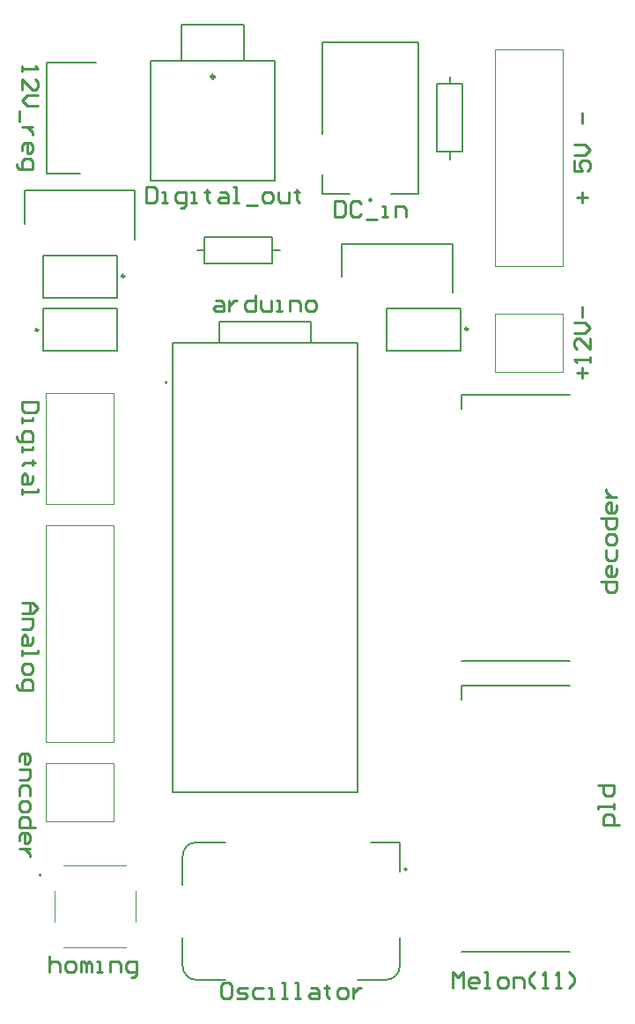
<source format=gto>
G04*
G04 #@! TF.GenerationSoftware,Altium Limited,Altium Designer,23.3.1 (30)*
G04*
G04 Layer_Color=65535*
%FSLAX44Y44*%
%MOMM*%
G71*
G04*
G04 #@! TF.SameCoordinates,D36B0BC1-D60A-48D3-9530-44C1F81AE03C*
G04*
G04*
G04 #@! TF.FilePolarity,Positive*
G04*
G01*
G75*
%ADD10C,0.2000*%
%ADD11C,0.1270*%
%ADD12C,0.2500*%
%ADD13C,0.3000*%
%ADD14C,0.1000*%
%ADD15C,0.2540*%
D10*
X820400Y939800D02*
G03*
X820400Y939800I-1000J0D01*
G01*
X1050800Y471800D02*
G03*
X1050800Y471800I-1000J0D01*
G01*
X699200Y466400D02*
G03*
X697200Y466400I-1000J0D01*
G01*
D02*
G03*
X699200Y466400I1000J0D01*
G01*
X1031250Y970250D02*
X1102350D01*
X1031250Y1010950D02*
X1102350D01*
Y970250D02*
Y1010950D01*
X1031250Y970250D02*
Y1010950D01*
X970000Y1178550D02*
Y1266800D01*
Y1120800D02*
Y1139050D01*
X1035750Y1120800D02*
X1062000D01*
X970000D02*
X996250D01*
X1062000D02*
Y1266800D01*
X970000D02*
X1062000D01*
X1094750Y1025900D02*
Y1072900D01*
X988050D02*
X1094750D01*
X988050Y1041400D02*
Y1072900D01*
X849250Y1066800D02*
X856500D01*
X921500D02*
X928750D01*
X921500Y1054300D02*
Y1079300D01*
X856500D02*
X921500D01*
X856500Y1054300D02*
Y1079300D01*
Y1054300D02*
X921500D01*
X1092200Y1226300D02*
Y1233550D01*
Y1154050D02*
Y1161300D01*
X1079700D02*
X1104700D01*
Y1226300D01*
X1079700D02*
X1104700D01*
X1079700Y1161300D02*
Y1226300D01*
X789300Y1077200D02*
Y1124200D01*
X683900D02*
X789300D01*
X683900Y1092200D02*
Y1124200D01*
X705100Y1247150D02*
X752100D01*
X705100Y1140450D02*
Y1247150D01*
Y1140450D02*
X736600D01*
X1103900Y914400D02*
Y928100D01*
X1207500D01*
X1103900Y672100D02*
X1207500D01*
X1103900Y635000D02*
Y648700D01*
X1207500D01*
X1103900Y392700D02*
X1207500D01*
X701050Y1021050D02*
X772150D01*
X701050Y1061750D02*
X772150D01*
Y1021050D02*
Y1061750D01*
X701050Y1021050D02*
Y1061750D01*
Y1010950D02*
X772150D01*
X701050Y970250D02*
X772150D01*
X701050D02*
Y1010950D01*
X772150Y970250D02*
Y1010950D01*
D11*
X1031200Y365800D02*
G03*
X1044100Y378700I0J12900D01*
G01*
X848400Y497800D02*
G03*
X835500Y484900I0J-12900D01*
G01*
Y378700D02*
G03*
X848400Y365800I12900J0D01*
G01*
X870400Y977900D02*
Y997900D01*
X958400D01*
Y977900D02*
Y997900D01*
X825550Y977900D02*
X870400D01*
X958400D01*
X1003250D01*
Y546100D02*
Y977900D01*
X825550Y546100D02*
X1003250D01*
X825550D02*
Y977900D01*
X1003300Y365800D02*
X1031300D01*
X1044100Y378800D02*
Y406400D01*
Y469900D02*
Y497800D01*
X1016000D02*
X1044100D01*
X848300D02*
X876300D01*
X835500Y457200D02*
Y484800D01*
X848300Y365800D02*
X876300D01*
X835500Y378800D02*
Y406400D01*
X924400Y1133400D02*
Y1248400D01*
X804400Y1133400D02*
X924400D01*
X804400D02*
Y1248400D01*
X894400D02*
X924400D01*
X834400D02*
X894400D01*
X804400D02*
X834400D01*
X894400D02*
Y1283400D01*
X834400D02*
X894400D01*
X834400Y1248400D02*
Y1283400D01*
D12*
X1109480Y990995D02*
G03*
X1109480Y990995I-1250J0D01*
G01*
X1017250Y1115050D02*
G03*
X1017250Y1115050I-1250J0D01*
G01*
X779280Y1041795D02*
G03*
X779280Y1041795I-1250J0D01*
G01*
X696420Y990205D02*
G03*
X696420Y990205I-1250J0D01*
G01*
D13*
X865900Y1233400D02*
G03*
X865900Y1233400I-1500J0D01*
G01*
D14*
X1135900Y950200D02*
X1200900D01*
Y1005600D01*
X1135900D02*
X1200900D01*
X1135900Y950200D02*
Y1005600D01*
X704100Y594600D02*
Y802400D01*
X769100D01*
Y594600D02*
Y802400D01*
X704100Y594600D02*
X769100D01*
X721200Y475900D02*
X781200D01*
X712200Y421400D02*
Y451400D01*
X721200Y396900D02*
X781200D01*
X790200Y421400D02*
Y451400D01*
X704100Y518400D02*
Y573800D01*
X769100D01*
Y518400D02*
Y573800D01*
X704100Y518400D02*
X769100D01*
Y823200D02*
Y929400D01*
X704100Y823200D02*
X769100D01*
X704100D02*
Y929400D01*
X769100D01*
X1135900Y1051800D02*
Y1259600D01*
X1200900D01*
Y1051800D02*
Y1259600D01*
X1135900Y1051800D02*
X1200900D01*
D15*
X1094740Y358140D02*
Y373375D01*
X1099818Y368297D01*
X1104897Y373375D01*
Y358140D01*
X1117593D02*
X1112514D01*
X1109975Y360679D01*
Y365757D01*
X1112514Y368297D01*
X1117593D01*
X1120132Y365757D01*
Y363218D01*
X1109975D01*
X1125210Y358140D02*
X1130288D01*
X1127749D01*
Y373375D01*
X1125210D01*
X1140445Y358140D02*
X1145524D01*
X1148063Y360679D01*
Y365757D01*
X1145524Y368297D01*
X1140445D01*
X1137906Y365757D01*
Y360679D01*
X1140445Y358140D01*
X1153141D02*
Y368297D01*
X1160759D01*
X1163298Y365757D01*
Y358140D01*
X1173455D02*
X1168376Y363218D01*
Y368297D01*
X1173455Y373375D01*
X1181072Y358140D02*
X1186150D01*
X1183611D01*
Y373375D01*
X1181072Y370836D01*
X1193768Y358140D02*
X1198846D01*
X1196307D01*
Y373375D01*
X1193768Y370836D01*
X1206464Y358140D02*
X1211542Y363218D01*
Y368297D01*
X1206464Y373375D01*
X867425Y1018539D02*
X872504D01*
X875043Y1016000D01*
Y1008382D01*
X867425D01*
X864886Y1010922D01*
X867425Y1013461D01*
X875043D01*
X880121Y1018539D02*
Y1008382D01*
Y1013461D01*
X882660Y1016000D01*
X885199Y1018539D01*
X887739D01*
X905513Y1023617D02*
Y1008382D01*
X897895D01*
X895356Y1010922D01*
Y1016000D01*
X897895Y1018539D01*
X905513D01*
X910591D02*
Y1010922D01*
X913130Y1008382D01*
X920748D01*
Y1018539D01*
X925826Y1008382D02*
X930905D01*
X928365D01*
Y1018539D01*
X925826D01*
X938522Y1008382D02*
Y1018539D01*
X946140D01*
X948679Y1016000D01*
Y1008382D01*
X956296D02*
X961375D01*
X963914Y1010922D01*
Y1016000D01*
X961375Y1018539D01*
X956296D01*
X953757Y1016000D01*
Y1010922D01*
X956296Y1008382D01*
X981721Y1113787D02*
Y1098552D01*
X989339D01*
X991878Y1101091D01*
Y1111248D01*
X989339Y1113787D01*
X981721D01*
X1007113Y1111248D02*
X1004574Y1113787D01*
X999495D01*
X996956Y1111248D01*
Y1101091D01*
X999495Y1098552D01*
X1004574D01*
X1007113Y1101091D01*
X1012191Y1096013D02*
X1022348D01*
X1027426Y1098552D02*
X1032505D01*
X1029966D01*
Y1108709D01*
X1027426D01*
X1040122Y1098552D02*
Y1108709D01*
X1047740D01*
X1050279Y1106170D01*
Y1098552D01*
X1219200Y943621D02*
Y953778D01*
X1214122Y948699D02*
X1224278D01*
X1226817Y958856D02*
Y963934D01*
Y961395D01*
X1211582D01*
X1214122Y958856D01*
X1226817Y981709D02*
Y971552D01*
X1216661Y981709D01*
X1214122D01*
X1211582Y979170D01*
Y974091D01*
X1214122Y971552D01*
X1211582Y986787D02*
X1221739D01*
X1226817Y991865D01*
X1221739Y996944D01*
X1211582D01*
X1219200Y1002022D02*
Y1012179D01*
X680722Y727696D02*
X690878D01*
X695957Y722618D01*
X690878Y717540D01*
X680722D01*
X688339D01*
Y727696D01*
X680722Y712461D02*
X690878D01*
Y704844D01*
X688339Y702305D01*
X680722D01*
X690878Y694687D02*
Y689609D01*
X688339Y687070D01*
X680722D01*
Y694687D01*
X683261Y697226D01*
X685800Y694687D01*
Y687070D01*
X680722Y681991D02*
Y676913D01*
Y679452D01*
X695957D01*
Y681991D01*
X680722Y666756D02*
Y661678D01*
X683261Y659139D01*
X688339D01*
X690878Y661678D01*
Y666756D01*
X688339Y669295D01*
X683261D01*
X680722Y666756D01*
X675643Y648982D02*
Y646443D01*
X678183Y643904D01*
X690878D01*
Y651521D01*
X688339Y654060D01*
X683261D01*
X680722Y651521D01*
Y643904D01*
X1254757Y514356D02*
X1239522D01*
Y521974D01*
X1242061Y524513D01*
X1247139D01*
X1249678Y521974D01*
Y514356D01*
Y529591D02*
Y534670D01*
Y532130D01*
X1234443D01*
Y529591D01*
Y552444D02*
X1249678D01*
Y544826D01*
X1247139Y542287D01*
X1242061D01*
X1239522Y544826D01*
Y552444D01*
X880129Y363218D02*
X875051D01*
X872512Y360678D01*
Y350522D01*
X875051Y347982D01*
X880129D01*
X882669Y350522D01*
Y360678D01*
X880129Y363218D01*
X887747Y347982D02*
X895364D01*
X897904Y350522D01*
X895364Y353061D01*
X890286D01*
X887747Y355600D01*
X890286Y358139D01*
X897904D01*
X913139D02*
X905521D01*
X902982Y355600D01*
Y350522D01*
X905521Y347982D01*
X913139D01*
X918217D02*
X923295D01*
X920756D01*
Y358139D01*
X918217D01*
X930913Y347982D02*
X935991D01*
X933452D01*
Y363218D01*
X930913D01*
X943609Y347982D02*
X948687D01*
X946148D01*
Y363218D01*
X943609D01*
X958844Y358139D02*
X963922D01*
X966461Y355600D01*
Y347982D01*
X958844D01*
X956305Y350522D01*
X958844Y353061D01*
X966461D01*
X974079Y360678D02*
Y358139D01*
X971540D01*
X976618D01*
X974079D01*
Y350522D01*
X976618Y347982D01*
X986775D02*
X991853D01*
X994392Y350522D01*
Y355600D01*
X991853Y358139D01*
X986775D01*
X984236Y355600D01*
Y350522D01*
X986775Y347982D01*
X999471Y358139D02*
Y347982D01*
Y353061D01*
X1002010Y355600D01*
X1004549Y358139D01*
X1007088D01*
X707404Y388617D02*
Y373382D01*
Y380999D01*
X709943Y383538D01*
X715021D01*
X717560Y380999D01*
Y373382D01*
X725178D02*
X730256D01*
X732795Y375921D01*
Y380999D01*
X730256Y383538D01*
X725178D01*
X722639Y380999D01*
Y375921D01*
X725178Y373382D01*
X737874D02*
Y383538D01*
X740413D01*
X742952Y380999D01*
Y373382D01*
Y380999D01*
X745491Y383538D01*
X748030Y380999D01*
Y373382D01*
X753109D02*
X758187D01*
X755648D01*
Y383538D01*
X753109D01*
X765805Y373382D02*
Y383538D01*
X773422D01*
X775961Y380999D01*
Y373382D01*
X786118Y368303D02*
X788657D01*
X791197Y370843D01*
Y383538D01*
X783579D01*
X781040Y380999D01*
Y375921D01*
X783579Y373382D01*
X791197D01*
X678183Y575296D02*
Y580375D01*
X680722Y582914D01*
X685800D01*
X688339Y580375D01*
Y575296D01*
X685800Y572757D01*
X683261D01*
Y582914D01*
X678183Y567679D02*
X688339D01*
Y560061D01*
X685800Y557522D01*
X678183D01*
X688339Y542287D02*
Y549905D01*
X685800Y552444D01*
X680722D01*
X678183Y549905D01*
Y542287D01*
Y534670D02*
Y529591D01*
X680722Y527052D01*
X685800D01*
X688339Y529591D01*
Y534670D01*
X685800Y537209D01*
X680722D01*
X678183Y534670D01*
X693418Y511817D02*
X678183D01*
Y519435D01*
X680722Y521974D01*
X685800D01*
X688339Y519435D01*
Y511817D01*
X678183Y499121D02*
Y504199D01*
X680722Y506739D01*
X685800D01*
X688339Y504199D01*
Y499121D01*
X685800Y496582D01*
X683261D01*
Y506739D01*
X688339Y491503D02*
X678183D01*
X683261D01*
X685800Y488964D01*
X688339Y486425D01*
Y483886D01*
X800124Y1127757D02*
Y1112522D01*
X807741D01*
X810281Y1115061D01*
Y1125218D01*
X807741Y1127757D01*
X800124D01*
X815359Y1112522D02*
X820437D01*
X817898D01*
Y1122678D01*
X815359D01*
X833133Y1107443D02*
X835672D01*
X838212Y1109983D01*
Y1122678D01*
X830594D01*
X828055Y1120139D01*
Y1115061D01*
X830594Y1112522D01*
X838212D01*
X843290D02*
X848368D01*
X845829D01*
Y1122678D01*
X843290D01*
X858525Y1125218D02*
Y1122678D01*
X855986D01*
X861064D01*
X858525D01*
Y1115061D01*
X861064Y1112522D01*
X871221Y1122678D02*
X876299D01*
X878838Y1120139D01*
Y1112522D01*
X871221D01*
X868682Y1115061D01*
X871221Y1117600D01*
X878838D01*
X883917Y1112522D02*
X888995D01*
X886456D01*
Y1127757D01*
X883917D01*
X896613Y1109983D02*
X906769D01*
X914387Y1112522D02*
X919465D01*
X922004Y1115061D01*
Y1120139D01*
X919465Y1122678D01*
X914387D01*
X911848Y1120139D01*
Y1115061D01*
X914387Y1112522D01*
X927083Y1122678D02*
Y1115061D01*
X929622Y1112522D01*
X937240D01*
Y1122678D01*
X944857Y1125218D02*
Y1122678D01*
X942318D01*
X947396D01*
X944857D01*
Y1115061D01*
X947396Y1112522D01*
X1236982Y748043D02*
X1252217D01*
Y740425D01*
X1249678Y737886D01*
X1244600D01*
X1242061Y740425D01*
Y748043D01*
X1252217Y760739D02*
Y755660D01*
X1249678Y753121D01*
X1244600D01*
X1242061Y755660D01*
Y760739D01*
X1244600Y763278D01*
X1247139D01*
Y753121D01*
X1242061Y778513D02*
Y770895D01*
X1244600Y768356D01*
X1249678D01*
X1252217Y770895D01*
Y778513D01*
Y786130D02*
Y791209D01*
X1249678Y793748D01*
X1244600D01*
X1242061Y791209D01*
Y786130D01*
X1244600Y783591D01*
X1249678D01*
X1252217Y786130D01*
X1236982Y808983D02*
X1252217D01*
Y801366D01*
X1249678Y798826D01*
X1244600D01*
X1242061Y801366D01*
Y808983D01*
X1252217Y821679D02*
Y816601D01*
X1249678Y814061D01*
X1244600D01*
X1242061Y816601D01*
Y821679D01*
X1244600Y824218D01*
X1247139D01*
Y814061D01*
X1242061Y829296D02*
X1252217D01*
X1247139D01*
X1244600Y831836D01*
X1242061Y834375D01*
Y836914D01*
X695957Y920736D02*
X680722D01*
Y913118D01*
X683261Y910579D01*
X693418D01*
X695957Y913118D01*
Y920736D01*
X680722Y905500D02*
Y900422D01*
Y902961D01*
X690878D01*
Y905500D01*
X675643Y887726D02*
Y885187D01*
X678183Y882648D01*
X690878D01*
Y890266D01*
X688339Y892805D01*
X683261D01*
X680722Y890266D01*
Y882648D01*
Y877570D02*
Y872491D01*
Y875030D01*
X690878D01*
Y877570D01*
X693418Y862335D02*
X690878D01*
Y864874D01*
Y859795D01*
Y862335D01*
X683261D01*
X680722Y859795D01*
X690878Y849639D02*
Y844560D01*
X688339Y842021D01*
X680722D01*
Y849639D01*
X683261Y852178D01*
X685800Y849639D01*
Y842021D01*
X680722Y836943D02*
Y831864D01*
Y834404D01*
X695957D01*
Y836943D01*
X680722Y1243314D02*
Y1238236D01*
Y1240775D01*
X695957D01*
X693418Y1243314D01*
X680722Y1220461D02*
Y1230618D01*
X690878Y1220461D01*
X693418D01*
X695957Y1223001D01*
Y1228079D01*
X693418Y1230618D01*
X695957Y1215383D02*
X685800D01*
X680722Y1210305D01*
X685800Y1205226D01*
X695957D01*
X678183Y1200148D02*
Y1189991D01*
X690878Y1184913D02*
X680722D01*
X685800D01*
X688339Y1182374D01*
X690878Y1179835D01*
Y1177295D01*
X680722Y1162060D02*
Y1167139D01*
X683261Y1169678D01*
X688339D01*
X690878Y1167139D01*
Y1162060D01*
X688339Y1159521D01*
X685800D01*
Y1169678D01*
X675643Y1149364D02*
Y1146825D01*
X678183Y1144286D01*
X690878D01*
Y1151904D01*
X688339Y1154443D01*
X683261D01*
X680722Y1151904D01*
Y1144286D01*
X1219200Y1112534D02*
Y1122691D01*
X1214122Y1117612D02*
X1224278D01*
X1211582Y1153161D02*
Y1143004D01*
X1219200D01*
X1216661Y1148082D01*
Y1150622D01*
X1219200Y1153161D01*
X1224278D01*
X1226817Y1150622D01*
Y1145543D01*
X1224278Y1143004D01*
X1211582Y1158239D02*
X1221739D01*
X1226817Y1163317D01*
X1221739Y1168396D01*
X1211582D01*
X1219200Y1188709D02*
Y1198866D01*
M02*

</source>
